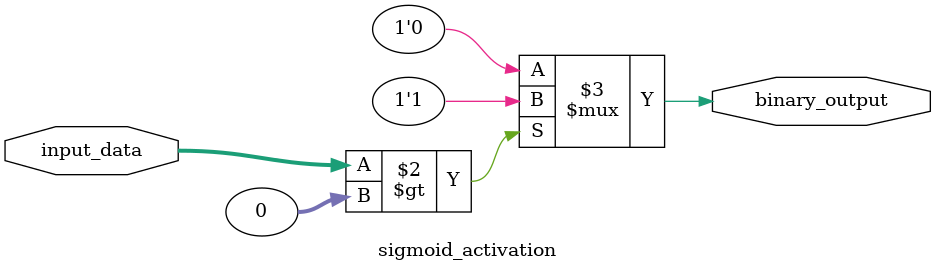
<source format=v>
`timescale 1ns / 1ps


module sigmoid_activation #(
    parameter OUTPUT_SIZE = 1,          // Single output for binary classification
    parameter DATA_WIDTH = 8     // Bit width for fixed-point representation
)(
    input signed [DATA_WIDTH-1:0] input_data,
    output reg [0:0] binary_output
);

    always @(*) begin
        // Simple threshold-based sigmoid approximation
        binary_output = (input_data > 0) ? 1'b1 : 1'b0;
    end
endmodule


</source>
